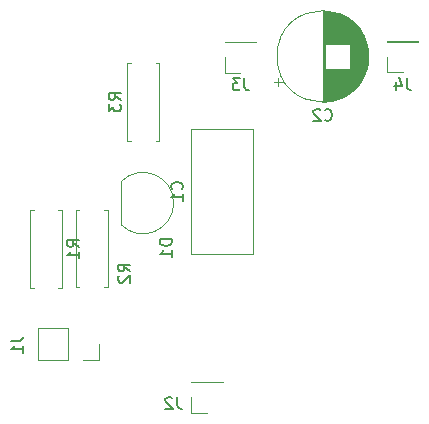
<source format=gbo>
G04 #@! TF.GenerationSoftware,KiCad,Pcbnew,(5.1.10)-1*
G04 #@! TF.CreationDate,2023-08-02T14:16:35+03:00*
G04 #@! TF.ProjectId,hv_cct,68765f63-6374-42e6-9b69-6361645f7063,rev?*
G04 #@! TF.SameCoordinates,Original*
G04 #@! TF.FileFunction,Legend,Bot*
G04 #@! TF.FilePolarity,Positive*
%FSLAX46Y46*%
G04 Gerber Fmt 4.6, Leading zero omitted, Abs format (unit mm)*
G04 Created by KiCad (PCBNEW (5.1.10)-1) date 2023-08-02 14:16:35*
%MOMM*%
%LPD*%
G01*
G04 APERTURE LIST*
%ADD10C,0.120000*%
%ADD11C,0.150000*%
%ADD12C,6.400000*%
%ADD13C,2.000000*%
%ADD14O,1.600000X1.600000*%
%ADD15C,1.600000*%
%ADD16O,1.700000X1.700000*%
%ADD17R,1.700000X1.700000*%
%ADD18R,1.500000X1.050000*%
%ADD19O,1.500000X1.050000*%
%ADD20R,1.600000X1.600000*%
%ADD21C,0.100000*%
G04 APERTURE END LIST*
D10*
X200656200Y-90682000D02*
X200656200Y-101222000D01*
X205896200Y-90682000D02*
X205896200Y-101222000D01*
X200656200Y-90682000D02*
X205896200Y-90682000D01*
X200656200Y-101222000D02*
X205896200Y-101222000D01*
X195581400Y-85122000D02*
X195251400Y-85122000D01*
X195251400Y-85122000D02*
X195251400Y-91662000D01*
X195251400Y-91662000D02*
X195581400Y-91662000D01*
X197661400Y-85122000D02*
X197991400Y-85122000D01*
X197991400Y-85122000D02*
X197991400Y-91662000D01*
X197991400Y-91662000D02*
X197661400Y-91662000D01*
X191212600Y-97517200D02*
X190882600Y-97517200D01*
X190882600Y-97517200D02*
X190882600Y-104057200D01*
X190882600Y-104057200D02*
X191212600Y-104057200D01*
X193292600Y-97517200D02*
X193622600Y-97517200D01*
X193622600Y-97517200D02*
X193622600Y-104057200D01*
X193622600Y-104057200D02*
X193292600Y-104057200D01*
X189406400Y-104108000D02*
X189736400Y-104108000D01*
X189736400Y-104108000D02*
X189736400Y-97568000D01*
X189736400Y-97568000D02*
X189406400Y-97568000D01*
X187326400Y-104108000D02*
X186996400Y-104108000D01*
X186996400Y-104108000D02*
X186996400Y-97568000D01*
X186996400Y-97568000D02*
X187326400Y-97568000D01*
X217262400Y-83226600D02*
X219922400Y-83226600D01*
X217262400Y-83286600D02*
X217262400Y-83226600D01*
X219922400Y-83286600D02*
X219922400Y-83226600D01*
X217262400Y-83286600D02*
X219922400Y-83286600D01*
X217262400Y-84556600D02*
X217262400Y-85886600D01*
X217262400Y-85886600D02*
X218592400Y-85886600D01*
X203521000Y-83277400D02*
X206181000Y-83277400D01*
X203521000Y-83337400D02*
X203521000Y-83277400D01*
X206181000Y-83337400D02*
X206181000Y-83277400D01*
X203521000Y-83337400D02*
X206181000Y-83337400D01*
X203521000Y-84607400D02*
X203521000Y-85937400D01*
X203521000Y-85937400D02*
X204851000Y-85937400D01*
X200676200Y-112081000D02*
X203336200Y-112081000D01*
X200676200Y-112141000D02*
X200676200Y-112081000D01*
X203336200Y-112141000D02*
X203336200Y-112081000D01*
X200676200Y-112141000D02*
X203336200Y-112141000D01*
X200676200Y-113411000D02*
X200676200Y-114741000D01*
X200676200Y-114741000D02*
X202006200Y-114741000D01*
X187671400Y-110219800D02*
X187671400Y-107559800D01*
X190271400Y-110219800D02*
X187671400Y-110219800D01*
X190271400Y-107559800D02*
X187671400Y-107559800D01*
X190271400Y-110219800D02*
X190271400Y-107559800D01*
X191541400Y-110219800D02*
X192871400Y-110219800D01*
X192871400Y-110219800D02*
X192871400Y-108889800D01*
X194757522Y-95113322D02*
G75*
G02*
X199196000Y-96951800I1838478J-1838478D01*
G01*
X194757522Y-98790278D02*
G75*
G03*
X199196000Y-96951800I1838478J1838478D01*
G01*
X194746000Y-98751800D02*
X194746000Y-95151800D01*
X215686000Y-84531200D02*
G75*
G03*
X215686000Y-84531200I-3870000J0D01*
G01*
X211816000Y-88361200D02*
X211816000Y-80701200D01*
X211856000Y-88361200D02*
X211856000Y-80701200D01*
X211896000Y-88361200D02*
X211896000Y-80701200D01*
X211936000Y-88360200D02*
X211936000Y-80702200D01*
X211976000Y-88358200D02*
X211976000Y-80704200D01*
X212016000Y-88356200D02*
X212016000Y-80706200D01*
X212056000Y-88354200D02*
X212056000Y-85571200D01*
X212056000Y-83491200D02*
X212056000Y-80708200D01*
X212096000Y-88351200D02*
X212096000Y-85571200D01*
X212096000Y-83491200D02*
X212096000Y-80711200D01*
X212136000Y-88348200D02*
X212136000Y-85571200D01*
X212136000Y-83491200D02*
X212136000Y-80714200D01*
X212176000Y-88345200D02*
X212176000Y-85571200D01*
X212176000Y-83491200D02*
X212176000Y-80717200D01*
X212216000Y-88341200D02*
X212216000Y-85571200D01*
X212216000Y-83491200D02*
X212216000Y-80721200D01*
X212256000Y-88336200D02*
X212256000Y-85571200D01*
X212256000Y-83491200D02*
X212256000Y-80726200D01*
X212296000Y-88332200D02*
X212296000Y-85571200D01*
X212296000Y-83491200D02*
X212296000Y-80730200D01*
X212336000Y-88326200D02*
X212336000Y-85571200D01*
X212336000Y-83491200D02*
X212336000Y-80736200D01*
X212376000Y-88321200D02*
X212376000Y-85571200D01*
X212376000Y-83491200D02*
X212376000Y-80741200D01*
X212416000Y-88315200D02*
X212416000Y-85571200D01*
X212416000Y-83491200D02*
X212416000Y-80747200D01*
X212456000Y-88308200D02*
X212456000Y-85571200D01*
X212456000Y-83491200D02*
X212456000Y-80754200D01*
X212496000Y-88301200D02*
X212496000Y-85571200D01*
X212496000Y-83491200D02*
X212496000Y-80761200D01*
X212537000Y-88294200D02*
X212537000Y-85571200D01*
X212537000Y-83491200D02*
X212537000Y-80768200D01*
X212577000Y-88286200D02*
X212577000Y-85571200D01*
X212577000Y-83491200D02*
X212577000Y-80776200D01*
X212617000Y-88278200D02*
X212617000Y-85571200D01*
X212617000Y-83491200D02*
X212617000Y-80784200D01*
X212657000Y-88269200D02*
X212657000Y-85571200D01*
X212657000Y-83491200D02*
X212657000Y-80793200D01*
X212697000Y-88260200D02*
X212697000Y-85571200D01*
X212697000Y-83491200D02*
X212697000Y-80802200D01*
X212737000Y-88251200D02*
X212737000Y-85571200D01*
X212737000Y-83491200D02*
X212737000Y-80811200D01*
X212777000Y-88241200D02*
X212777000Y-85571200D01*
X212777000Y-83491200D02*
X212777000Y-80821200D01*
X212817000Y-88230200D02*
X212817000Y-85571200D01*
X212817000Y-83491200D02*
X212817000Y-80832200D01*
X212857000Y-88219200D02*
X212857000Y-85571200D01*
X212857000Y-83491200D02*
X212857000Y-80843200D01*
X212897000Y-88208200D02*
X212897000Y-85571200D01*
X212897000Y-83491200D02*
X212897000Y-80854200D01*
X212937000Y-88196200D02*
X212937000Y-85571200D01*
X212937000Y-83491200D02*
X212937000Y-80866200D01*
X212977000Y-88184200D02*
X212977000Y-85571200D01*
X212977000Y-83491200D02*
X212977000Y-80878200D01*
X213017000Y-88171200D02*
X213017000Y-85571200D01*
X213017000Y-83491200D02*
X213017000Y-80891200D01*
X213057000Y-88157200D02*
X213057000Y-85571200D01*
X213057000Y-83491200D02*
X213057000Y-80905200D01*
X213097000Y-88144200D02*
X213097000Y-85571200D01*
X213097000Y-83491200D02*
X213097000Y-80918200D01*
X213137000Y-88129200D02*
X213137000Y-85571200D01*
X213137000Y-83491200D02*
X213137000Y-80933200D01*
X213177000Y-88115200D02*
X213177000Y-85571200D01*
X213177000Y-83491200D02*
X213177000Y-80947200D01*
X213217000Y-88099200D02*
X213217000Y-85571200D01*
X213217000Y-83491200D02*
X213217000Y-80963200D01*
X213257000Y-88084200D02*
X213257000Y-85571200D01*
X213257000Y-83491200D02*
X213257000Y-80978200D01*
X213297000Y-88067200D02*
X213297000Y-85571200D01*
X213297000Y-83491200D02*
X213297000Y-80995200D01*
X213337000Y-88051200D02*
X213337000Y-85571200D01*
X213337000Y-83491200D02*
X213337000Y-81011200D01*
X213377000Y-88033200D02*
X213377000Y-85571200D01*
X213377000Y-83491200D02*
X213377000Y-81029200D01*
X213417000Y-88015200D02*
X213417000Y-85571200D01*
X213417000Y-83491200D02*
X213417000Y-81047200D01*
X213457000Y-87997200D02*
X213457000Y-85571200D01*
X213457000Y-83491200D02*
X213457000Y-81065200D01*
X213497000Y-87978200D02*
X213497000Y-85571200D01*
X213497000Y-83491200D02*
X213497000Y-81084200D01*
X213537000Y-87958200D02*
X213537000Y-85571200D01*
X213537000Y-83491200D02*
X213537000Y-81104200D01*
X213577000Y-87938200D02*
X213577000Y-85571200D01*
X213577000Y-83491200D02*
X213577000Y-81124200D01*
X213617000Y-87917200D02*
X213617000Y-85571200D01*
X213617000Y-83491200D02*
X213617000Y-81145200D01*
X213657000Y-87896200D02*
X213657000Y-85571200D01*
X213657000Y-83491200D02*
X213657000Y-81166200D01*
X213697000Y-87874200D02*
X213697000Y-85571200D01*
X213697000Y-83491200D02*
X213697000Y-81188200D01*
X213737000Y-87852200D02*
X213737000Y-85571200D01*
X213737000Y-83491200D02*
X213737000Y-81210200D01*
X213777000Y-87828200D02*
X213777000Y-85571200D01*
X213777000Y-83491200D02*
X213777000Y-81234200D01*
X213817000Y-87805200D02*
X213817000Y-85571200D01*
X213817000Y-83491200D02*
X213817000Y-81257200D01*
X213857000Y-87780200D02*
X213857000Y-85571200D01*
X213857000Y-83491200D02*
X213857000Y-81282200D01*
X213897000Y-87755200D02*
X213897000Y-85571200D01*
X213897000Y-83491200D02*
X213897000Y-81307200D01*
X213937000Y-87729200D02*
X213937000Y-85571200D01*
X213937000Y-83491200D02*
X213937000Y-81333200D01*
X213977000Y-87703200D02*
X213977000Y-85571200D01*
X213977000Y-83491200D02*
X213977000Y-81359200D01*
X214017000Y-87675200D02*
X214017000Y-85571200D01*
X214017000Y-83491200D02*
X214017000Y-81387200D01*
X214057000Y-87647200D02*
X214057000Y-85571200D01*
X214057000Y-83491200D02*
X214057000Y-81415200D01*
X214097000Y-87619200D02*
X214097000Y-85571200D01*
X214097000Y-83491200D02*
X214097000Y-81443200D01*
X214137000Y-87589200D02*
X214137000Y-81473200D01*
X214177000Y-87559200D02*
X214177000Y-81503200D01*
X214217000Y-87527200D02*
X214217000Y-81535200D01*
X214257000Y-87495200D02*
X214257000Y-81567200D01*
X214297000Y-87462200D02*
X214297000Y-81600200D01*
X214337000Y-87429200D02*
X214337000Y-81633200D01*
X214377000Y-87394200D02*
X214377000Y-81668200D01*
X214417000Y-87358200D02*
X214417000Y-81704200D01*
X214457000Y-87321200D02*
X214457000Y-81741200D01*
X214497000Y-87283200D02*
X214497000Y-81779200D01*
X214537000Y-87244200D02*
X214537000Y-81818200D01*
X214577000Y-87204200D02*
X214577000Y-81858200D01*
X214617000Y-87163200D02*
X214617000Y-81899200D01*
X214657000Y-87120200D02*
X214657000Y-81942200D01*
X214697000Y-87077200D02*
X214697000Y-81985200D01*
X214737000Y-87031200D02*
X214737000Y-82031200D01*
X214777000Y-86985200D02*
X214777000Y-82077200D01*
X214817000Y-86936200D02*
X214817000Y-82126200D01*
X214857000Y-86886200D02*
X214857000Y-82176200D01*
X214897000Y-86835200D02*
X214897000Y-82227200D01*
X214937000Y-86781200D02*
X214937000Y-82281200D01*
X214977000Y-86726200D02*
X214977000Y-82336200D01*
X215017000Y-86668200D02*
X215017000Y-82394200D01*
X215057000Y-86608200D02*
X215057000Y-82454200D01*
X215097000Y-86545200D02*
X215097000Y-82517200D01*
X215137000Y-86480200D02*
X215137000Y-82582200D01*
X215177000Y-86412200D02*
X215177000Y-82650200D01*
X215217000Y-86340200D02*
X215217000Y-82722200D01*
X215257000Y-86264200D02*
X215257000Y-82798200D01*
X215297000Y-86185200D02*
X215297000Y-82877200D01*
X215337000Y-86100200D02*
X215337000Y-82962200D01*
X215377000Y-86009200D02*
X215377000Y-83053200D01*
X215417000Y-85912200D02*
X215417000Y-83150200D01*
X215457000Y-85806200D02*
X215457000Y-83256200D01*
X215497000Y-85689200D02*
X215497000Y-83373200D01*
X215537000Y-85559200D02*
X215537000Y-83503200D01*
X215577000Y-85408200D02*
X215577000Y-83654200D01*
X215617000Y-85224200D02*
X215617000Y-83838200D01*
X215657000Y-84972200D02*
X215657000Y-84090200D01*
X207673789Y-86706200D02*
X208423789Y-86706200D01*
X208048789Y-87081200D02*
X208048789Y-86331200D01*
D11*
X199883342Y-95785333D02*
X199930961Y-95737714D01*
X199978580Y-95594857D01*
X199978580Y-95499619D01*
X199930961Y-95356761D01*
X199835723Y-95261523D01*
X199740485Y-95213904D01*
X199550009Y-95166285D01*
X199407152Y-95166285D01*
X199216676Y-95213904D01*
X199121438Y-95261523D01*
X199026200Y-95356761D01*
X198978580Y-95499619D01*
X198978580Y-95594857D01*
X199026200Y-95737714D01*
X199073819Y-95785333D01*
X199978580Y-96737714D02*
X199978580Y-96166285D01*
X199978580Y-96452000D02*
X198978580Y-96452000D01*
X199121438Y-96356761D01*
X199216676Y-96261523D01*
X199264295Y-96166285D01*
X194703780Y-88225333D02*
X194227590Y-87892000D01*
X194703780Y-87653904D02*
X193703780Y-87653904D01*
X193703780Y-88034857D01*
X193751400Y-88130095D01*
X193799019Y-88177714D01*
X193894257Y-88225333D01*
X194037114Y-88225333D01*
X194132352Y-88177714D01*
X194179971Y-88130095D01*
X194227590Y-88034857D01*
X194227590Y-87653904D01*
X193703780Y-88558666D02*
X193703780Y-89177714D01*
X194084733Y-88844380D01*
X194084733Y-88987238D01*
X194132352Y-89082476D01*
X194179971Y-89130095D01*
X194275209Y-89177714D01*
X194513304Y-89177714D01*
X194608542Y-89130095D01*
X194656161Y-89082476D01*
X194703780Y-88987238D01*
X194703780Y-88701523D01*
X194656161Y-88606285D01*
X194608542Y-88558666D01*
X195498980Y-102728733D02*
X195022790Y-102395400D01*
X195498980Y-102157304D02*
X194498980Y-102157304D01*
X194498980Y-102538257D01*
X194546600Y-102633495D01*
X194594219Y-102681114D01*
X194689457Y-102728733D01*
X194832314Y-102728733D01*
X194927552Y-102681114D01*
X194975171Y-102633495D01*
X195022790Y-102538257D01*
X195022790Y-102157304D01*
X194594219Y-103109685D02*
X194546600Y-103157304D01*
X194498980Y-103252542D01*
X194498980Y-103490638D01*
X194546600Y-103585876D01*
X194594219Y-103633495D01*
X194689457Y-103681114D01*
X194784695Y-103681114D01*
X194927552Y-103633495D01*
X195498980Y-103062066D01*
X195498980Y-103681114D01*
X191188780Y-100671333D02*
X190712590Y-100338000D01*
X191188780Y-100099904D02*
X190188780Y-100099904D01*
X190188780Y-100480857D01*
X190236400Y-100576095D01*
X190284019Y-100623714D01*
X190379257Y-100671333D01*
X190522114Y-100671333D01*
X190617352Y-100623714D01*
X190664971Y-100576095D01*
X190712590Y-100480857D01*
X190712590Y-100099904D01*
X191188780Y-101623714D02*
X191188780Y-101052285D01*
X191188780Y-101338000D02*
X190188780Y-101338000D01*
X190331638Y-101242761D01*
X190426876Y-101147523D01*
X190474495Y-101052285D01*
X218925733Y-86338980D02*
X218925733Y-87053266D01*
X218973352Y-87196123D01*
X219068590Y-87291361D01*
X219211447Y-87338980D01*
X219306685Y-87338980D01*
X218020971Y-86672314D02*
X218020971Y-87338980D01*
X218259066Y-86291361D02*
X218497161Y-87005647D01*
X217878114Y-87005647D01*
X205184333Y-86389780D02*
X205184333Y-87104066D01*
X205231952Y-87246923D01*
X205327190Y-87342161D01*
X205470047Y-87389780D01*
X205565285Y-87389780D01*
X204803380Y-86389780D02*
X204184333Y-86389780D01*
X204517666Y-86770733D01*
X204374809Y-86770733D01*
X204279571Y-86818352D01*
X204231952Y-86865971D01*
X204184333Y-86961209D01*
X204184333Y-87199304D01*
X204231952Y-87294542D01*
X204279571Y-87342161D01*
X204374809Y-87389780D01*
X204660523Y-87389780D01*
X204755761Y-87342161D01*
X204803380Y-87294542D01*
X199494733Y-113371380D02*
X199494733Y-114085666D01*
X199542352Y-114228523D01*
X199637590Y-114323761D01*
X199780447Y-114371380D01*
X199875685Y-114371380D01*
X199066161Y-113466619D02*
X199018542Y-113419000D01*
X198923304Y-113371380D01*
X198685209Y-113371380D01*
X198589971Y-113419000D01*
X198542352Y-113466619D01*
X198494733Y-113561857D01*
X198494733Y-113657095D01*
X198542352Y-113799952D01*
X199113780Y-114371380D01*
X198494733Y-114371380D01*
X185431180Y-108632666D02*
X186145466Y-108632666D01*
X186288323Y-108585047D01*
X186383561Y-108489809D01*
X186431180Y-108346952D01*
X186431180Y-108251714D01*
X186431180Y-109632666D02*
X186431180Y-109061238D01*
X186431180Y-109346952D02*
X185431180Y-109346952D01*
X185574038Y-109251714D01*
X185669276Y-109156476D01*
X185716895Y-109061238D01*
X199029580Y-99998304D02*
X198029580Y-99998304D01*
X198029580Y-100236400D01*
X198077200Y-100379257D01*
X198172438Y-100474495D01*
X198267676Y-100522114D01*
X198458152Y-100569733D01*
X198601009Y-100569733D01*
X198791485Y-100522114D01*
X198886723Y-100474495D01*
X198981961Y-100379257D01*
X199029580Y-100236400D01*
X199029580Y-99998304D01*
X199029580Y-101522114D02*
X199029580Y-100950685D01*
X199029580Y-101236400D02*
X198029580Y-101236400D01*
X198172438Y-101141161D01*
X198267676Y-101045923D01*
X198315295Y-100950685D01*
X211982666Y-89888342D02*
X212030285Y-89935961D01*
X212173142Y-89983580D01*
X212268380Y-89983580D01*
X212411238Y-89935961D01*
X212506476Y-89840723D01*
X212554095Y-89745485D01*
X212601714Y-89555009D01*
X212601714Y-89412152D01*
X212554095Y-89221676D01*
X212506476Y-89126438D01*
X212411238Y-89031200D01*
X212268380Y-88983580D01*
X212173142Y-88983580D01*
X212030285Y-89031200D01*
X211982666Y-89078819D01*
X211601714Y-89078819D02*
X211554095Y-89031200D01*
X211458857Y-88983580D01*
X211220761Y-88983580D01*
X211125523Y-89031200D01*
X211077904Y-89078819D01*
X211030285Y-89174057D01*
X211030285Y-89269295D01*
X211077904Y-89412152D01*
X211649333Y-89983580D01*
X211030285Y-89983580D01*
%LPC*%
D12*
X187706000Y-71018400D03*
X222148400Y-110642400D03*
X222148400Y-70967600D03*
D13*
X203276200Y-99702000D03*
X203276200Y-92202000D03*
D14*
X196621400Y-92202000D03*
D15*
X196621400Y-84582000D03*
D14*
X192252600Y-104597200D03*
D15*
X192252600Y-96977200D03*
D14*
X188366400Y-97028000D03*
D15*
X188366400Y-104648000D03*
D16*
X210616800Y-77063600D03*
D17*
X213156800Y-77063600D03*
X218592400Y-84556600D03*
X204851000Y-84607400D03*
X202006200Y-113411000D03*
D16*
X189001400Y-108889800D03*
D17*
X191541400Y-108889800D03*
D18*
X196596000Y-98221800D03*
D19*
X196596000Y-95681800D03*
X196596000Y-96951800D03*
D15*
X213066000Y-84531200D03*
D20*
X210566000Y-84531200D03*
D21*
X201600600Y-103632800D02*
X200430600Y-103632800D01*
X200430600Y-102158000D01*
X201600600Y-102158000D01*
X201600600Y-103632800D01*
G36*
X201600600Y-103632800D02*
G01*
X200430600Y-103632800D01*
X200430600Y-102158000D01*
X201600600Y-102158000D01*
X201600600Y-103632800D01*
G37*
X203785000Y-103632800D02*
X202615000Y-103632800D01*
X202615000Y-102158000D01*
X203785000Y-102158000D01*
X203785000Y-103632800D01*
G36*
X203785000Y-103632800D02*
G01*
X202615000Y-103632800D01*
X202615000Y-102158000D01*
X203785000Y-102158000D01*
X203785000Y-103632800D01*
G37*
X202946800Y-111024200D02*
X201192600Y-111024200D01*
X201192600Y-109803400D01*
X202946800Y-109803400D01*
X202946800Y-111024200D01*
G36*
X202946800Y-111024200D02*
G01*
X201192600Y-111024200D01*
X201192600Y-109803400D01*
X202946800Y-109803400D01*
X202946800Y-111024200D01*
G37*
M02*

</source>
